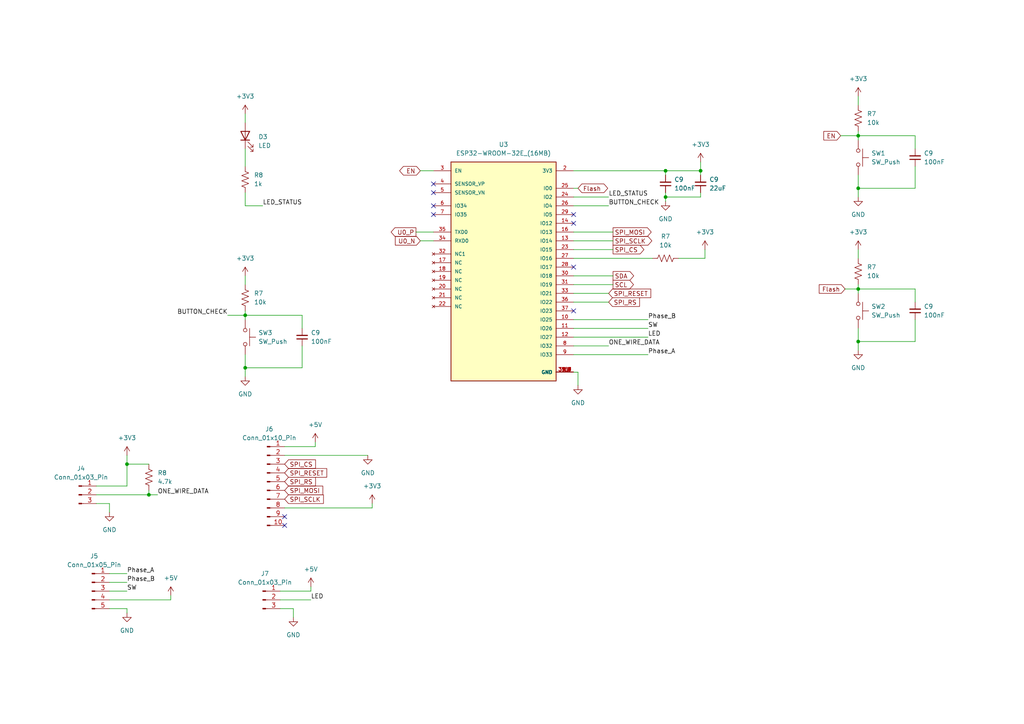
<source format=kicad_sch>
(kicad_sch (version 20230121) (generator eeschema)
  (paper "A4")
  (lib_symbols
    (symbol "Connector:Conn_01x03_Pin" (pin_names (offset 1.016) hide)
      (property "Reference" "J" (at 0 5.08 0))
      (property "Value" "Conn_01x03_Pin" (at 0 -5.08 0))
      (symbol "Conn_01x03_Pin_1_1"
        (polyline (pts (xy 1.27 -2.54) (xy 0.8636 -2.54)) (stroke (width 0.1524)))
        (polyline (pts (xy 1.27 0) (xy 0.8636 0)) (stroke (width 0.1524)))
        (polyline (pts (xy 1.27 2.54) (xy 0.8636 2.54)) (stroke (width 0.1524)))
        (rectangle (start 0.8636 -2.413) (end 0 -2.667) (stroke (width 0.1524)) (fill (type outline)))
        (rectangle (start 0.8636 0.127) (end 0 -0.127) (stroke (width 0.1524)) (fill (type outline)))
        (rectangle (start 0.8636 2.667) (end 0 2.413) (stroke (width 0.1524)) (fill (type outline)))
        (pin passive line (at 5.08 2.54 180) (length 3.81) (name "Pin_1") (number "1"))
        (pin passive line (at 5.08 0 180) (length 3.81) (name "Pin_2") (number "2"))
        (pin passive line (at 5.08 -2.54 180) (length 3.81) (name "Pin_3") (number "3"))
      )
    )
    (symbol "Connector:Conn_01x05_Pin" (pin_names (offset 1.016) hide)
      (property "Reference" "J" (at 0 7.62 0))
      (property "Value" "Conn_01x05_Pin" (at 0 -7.62 0))
      (symbol "Conn_01x05_Pin_1_1"
        (polyline (pts (xy 1.27 -5.08) (xy 0.8636 -5.08)) (stroke (width 0.1524)))
        (polyline (pts (xy 1.27 -2.54) (xy 0.8636 -2.54)) (stroke (width 0.1524)))
        (polyline (pts (xy 1.27 0) (xy 0.8636 0)) (stroke (width 0.1524)))
        (polyline (pts (xy 1.27 2.54) (xy 0.8636 2.54)) (stroke (width 0.1524)))
        (polyline (pts (xy 1.27 5.08) (xy 0.8636 5.08)) (stroke (width 0.1524)))
        (rectangle (start 0.8636 -4.953) (end 0 -5.207) (stroke (width 0.1524)) (fill (type outline)))
        (rectangle (start 0.8636 -2.413) (end 0 -2.667) (stroke (width 0.1524)) (fill (type outline)))
        (rectangle (start 0.8636 0.127) (end 0 -0.127) (stroke (width 0.1524)) (fill (type outline)))
        (rectangle (start 0.8636 2.667) (end 0 2.413) (stroke (width 0.1524)) (fill (type outline)))
        (rectangle (start 0.8636 5.207) (end 0 4.953) (stroke (width 0.1524)) (fill (type outline)))
        (pin passive line (at 5.08 5.08 180) (length 3.81) (name "Pin_1") (number "1"))
        (pin passive line (at 5.08 2.54 180) (length 3.81) (name "Pin_2") (number "2"))
        (pin passive line (at 5.08 0 180) (length 3.81) (name "Pin_3") (number "3"))
        (pin passive line (at 5.08 -2.54 180) (length 3.81) (name "Pin_4") (number "4"))
        (pin passive line (at 5.08 -5.08 180) (length 3.81) (name "Pin_5") (number "5"))
      )
    )
    (symbol "Connector:Conn_01x10_Pin" (pin_names (offset 1.016) hide)
      (property "Reference" "J" (at 0 12.7 0))
      (property "Value" "Conn_01x10_Pin" (at 0 -15.24 0))
      (symbol "Conn_01x10_Pin_1_1"
        (polyline (pts (xy 1.27 -12.7) (xy 0.8636 -12.7)) (stroke (width 0.1524)))
        (polyline (pts (xy 1.27 -10.16) (xy 0.8636 -10.16)) (stroke (width 0.1524)))
        (polyline (pts (xy 1.27 -7.62) (xy 0.8636 -7.62)) (stroke (width 0.1524)))
        (polyline (pts (xy 1.27 -5.08) (xy 0.8636 -5.08)) (stroke (width 0.1524)))
        (polyline (pts (xy 1.27 -2.54) (xy 0.8636 -2.54)) (stroke (width 0.1524)))
        (polyline (pts (xy 1.27 0) (xy 0.8636 0)) (stroke (width 0.1524)))
        (polyline (pts (xy 1.27 2.54) (xy 0.8636 2.54)) (stroke (width 0.1524)))
        (polyline (pts (xy 1.27 5.08) (xy 0.8636 5.08)) (stroke (width 0.1524)))
        (polyline (pts (xy 1.27 7.62) (xy 0.8636 7.62)) (stroke (width 0.1524)))
        (polyline (pts (xy 1.27 10.16) (xy 0.8636 10.16)) (stroke (width 0.1524)))
        (rectangle (start 0.8636 -12.573) (end 0 -12.827) (stroke (width 0.1524)) (fill (type outline)))
        (rectangle (start 0.8636 -10.033) (end 0 -10.287) (stroke (width 0.1524)) (fill (type outline)))
        (rectangle (start 0.8636 -7.493) (end 0 -7.747) (stroke (width 0.1524)) (fill (type outline)))
        (rectangle (start 0.8636 -4.953) (end 0 -5.207) (stroke (width 0.1524)) (fill (type outline)))
        (rectangle (start 0.8636 -2.413) (end 0 -2.667) (stroke (width 0.1524)) (fill (type outline)))
        (rectangle (start 0.8636 0.127) (end 0 -0.127) (stroke (width 0.1524)) (fill (type outline)))
        (rectangle (start 0.8636 2.667) (end 0 2.413) (stroke (width 0.1524)) (fill (type outline)))
        (rectangle (start 0.8636 5.207) (end 0 4.953) (stroke (width 0.1524)) (fill (type outline)))
        (rectangle (start 0.8636 7.747) (end 0 7.493) (stroke (width 0.1524)) (fill (type outline)))
        (rectangle (start 0.8636 10.287) (end 0 10.033) (stroke (width 0.1524)) (fill (type outline)))
        (pin passive line (at 5.08 10.16 180) (length 3.81) (name "Pin_1") (number "1"))
        (pin passive line (at 5.08 -12.7 180) (length 3.81) (name "Pin_10") (number "10"))
        (pin passive line (at 5.08 7.62 180) (length 3.81) (name "Pin_2") (number "2"))
        (pin passive line (at 5.08 5.08 180) (length 3.81) (name "Pin_3") (number "3"))
        (pin passive line (at 5.08 2.54 180) (length 3.81) (name "Pin_4") (number "4"))
        (pin passive line (at 5.08 0 180) (length 3.81) (name "Pin_5") (number "5"))
        (pin passive line (at 5.08 -2.54 180) (length 3.81) (name "Pin_6") (number "6"))
        (pin passive line (at 5.08 -5.08 180) (length 3.81) (name "Pin_7") (number "7"))
        (pin passive line (at 5.08 -7.62 180) (length 3.81) (name "Pin_8") (number "8"))
        (pin passive line (at 5.08 -10.16 180) (length 3.81) (name "Pin_9") (number "9"))
      )
    )
    (symbol "Device:C_Small" (pin_numbers hide) (pin_names (offset 0.254) hide)
      (property "Reference" "C" (at 0.254 1.778 0))
      (property "Value" "C_Small" (at 0.254 -2.032 0))
      (symbol "C_Small_0_1"
        (polyline (pts (xy -1.524 -0.508) (xy 1.524 -0.508)) (stroke (width 0.3302)))
        (polyline (pts (xy -1.524 0.508) (xy 1.524 0.508)) (stroke (width 0.3048)))
      )
      (symbol "C_Small_1_1"
        (pin passive line (at 0 2.54 270) (length 2.032) (name "~") (number "1"))
        (pin passive line (at 0 -2.54 90) (length 2.032) (name "~") (number "2"))
      )
    )
    (symbol "Device:LED" (pin_numbers hide) (pin_names (offset 1.016) hide)
      (property "Reference" "D" (at 0 2.54 0))
      (property "Value" "LED" (at 0 -2.54 0))
      (symbol "LED_0_1"
        (polyline (pts (xy -1.27 -1.27) (xy -1.27 1.27)) (stroke (width 0.254)))
        (polyline (pts (xy -1.27 0) (xy 1.27 0)))
        (polyline (pts (xy 1.27 -1.27) (xy 1.27 1.27) (xy -1.27 0) (xy 1.27 -1.27)) (stroke (width 0.254)))
        (polyline (pts (xy -3.048 -0.762) (xy -4.572 -2.286) (xy -3.81 -2.286) (xy -4.572 -2.286) (xy -4.572 -1.524)))
        (polyline (pts (xy -1.778 -0.762) (xy -3.302 -2.286) (xy -2.54 -2.286) (xy -3.302 -2.286) (xy -3.302 -1.524)))
      )
      (symbol "LED_1_1"
        (pin passive line (at -3.81 0 0) (length 2.54) (name "K") (number "1"))
        (pin passive line (at 3.81 0 180) (length 2.54) (name "A") (number "2"))
      )
    )
    (symbol "Device:R_US" (pin_numbers hide) (pin_names (offset 0))
      (property "Reference" "R" (at 2.54 0 90))
      (property "Value" "R_US" (at -2.54 0 90))
      (symbol "R_US_0_1"
        (polyline (pts (xy 0 -2.286) (xy 0 -2.54)))
        (polyline (pts (xy 0 2.286) (xy 0 2.54)))
        (polyline (pts (xy 0 -0.762) (xy 1.016 -1.143) (xy 0 -1.524) (xy -1.016 -1.905) (xy 0 -2.286)))
        (polyline (pts (xy 0 0.762) (xy 1.016 0.381) (xy 0 0) (xy -1.016 -0.381) (xy 0 -0.762)))
        (polyline (pts (xy 0 2.286) (xy 1.016 1.905) (xy 0 1.524) (xy -1.016 1.143) (xy 0 0.762)))
      )
      (symbol "R_US_1_1"
        (pin passive line (at 0 3.81 270) (length 1.27) (name "~") (number "1"))
        (pin passive line (at 0 -3.81 90) (length 1.27) (name "~") (number "2"))
      )
    )
    (symbol "ESP32-WROOM-32E__16MB_:ESP32-WROOM-32E_(16MB)" (pin_names (offset 1.016))
      (property "Reference" "U" (at -15.24 33.909 0))
      (property "Value" "ESP32-WROOM-32E_(16MB)" (at -15.24 -33.02 0))
      (symbol "ESP32-WROOM-32E_(16MB)_0_0"
        (rectangle (start -15.24 -30.48) (end 15.24 33.02) (stroke (width 0.254)) (fill (type background)))
        (pin power_in line (at 20.32 -27.94 180) (length 5.08) (name "GND") (number "1"))
        (pin bidirectional line (at 20.32 -12.7 180) (length 5.08) (name "IO25") (number "10"))
        (pin bidirectional line (at 20.32 -15.24 180) (length 5.08) (name "IO26") (number "11"))
        (pin bidirectional line (at 20.32 -17.78 180) (length 5.08) (name "IO27") (number "12"))
        (pin bidirectional line (at 20.32 10.16 180) (length 5.08) (name "IO14") (number "13"))
        (pin bidirectional line (at 20.32 15.24 180) (length 5.08) (name "IO12") (number "14"))
        (pin power_in line (at 20.32 -27.94 180) (length 5.08) (name "GND") (number "15"))
        (pin bidirectional line (at 20.32 12.7 180) (length 5.08) (name "IO13") (number "16"))
        (pin no_connect line (at -20.32 3.81 0) (length 5.08) (name "NC") (number "17"))
        (pin no_connect line (at -20.32 1.27 0) (length 5.08) (name "NC") (number "18"))
        (pin no_connect line (at -20.32 -1.27 0) (length 5.08) (name "NC") (number "19"))
        (pin power_in line (at 20.32 30.48 180) (length 5.08) (name "3V3") (number "2"))
        (pin no_connect line (at -20.32 -3.81 0) (length 5.08) (name "NC") (number "20"))
        (pin no_connect line (at -20.32 -6.35 0) (length 5.08) (name "NC") (number "21"))
        (pin no_connect line (at -20.32 -8.89 0) (length 5.08) (name "NC") (number "22"))
        (pin bidirectional line (at 20.32 7.62 180) (length 5.08) (name "IO15") (number "23"))
        (pin bidirectional line (at 20.32 22.86 180) (length 5.08) (name "IO2") (number "24"))
        (pin bidirectional line (at 20.32 25.4 180) (length 5.08) (name "IO0") (number "25"))
        (pin bidirectional line (at 20.32 20.32 180) (length 5.08) (name "IO4") (number "26"))
        (pin bidirectional line (at 20.32 5.08 180) (length 5.08) (name "IO16") (number "27"))
        (pin bidirectional line (at 20.32 2.54 180) (length 5.08) (name "IO17") (number "28"))
        (pin bidirectional line (at 20.32 17.78 180) (length 5.08) (name "IO5") (number "29"))
        (pin input line (at -20.32 30.48 0) (length 5.08) (name "EN") (number "3"))
        (pin bidirectional line (at 20.32 0 180) (length 5.08) (name "IO18") (number "30"))
        (pin bidirectional line (at 20.32 -2.54 180) (length 5.08) (name "IO19") (number "31"))
        (pin no_connect line (at -20.32 6.35 0) (length 5.08) (name "NC1") (number "32"))
        (pin bidirectional line (at 20.32 -5.08 180) (length 5.08) (name "IO21") (number "33"))
        (pin bidirectional line (at -20.32 10.16 0) (length 5.08) (name "RXD0") (number "34"))
        (pin bidirectional line (at -20.32 12.7 0) (length 5.08) (name "TXD0") (number "35"))
        (pin bidirectional line (at 20.32 -7.62 180) (length 5.08) (name "IO22") (number "36"))
        (pin bidirectional line (at 20.32 -10.16 180) (length 5.08) (name "IO23") (number "37"))
        (pin power_in line (at 20.32 -27.94 180) (length 5.08) (name "GND") (number "38"))
        (pin power_in line (at 20.32 -27.94 180) (length 5.08) (name "GND") (number "39_1"))
        (pin power_in line (at 20.32 -27.94 180) (length 5.08) (name "GND") (number "39_2"))
        (pin power_in line (at 20.32 -27.94 180) (length 5.08) (name "GND") (number "39_3"))
        (pin power_in line (at 20.32 -27.94 180) (length 5.08) (name "GND") (number "39_4"))
        (pin power_in line (at 20.32 -27.94 180) (length 5.08) (name "GND") (number "39_5"))
        (pin power_in line (at 20.32 -27.94 180) (length 5.08) (name "GND") (number "39_6"))
        (pin power_in line (at 20.32 -27.94 180) (length 5.08) (name "GND") (number "39_7"))
        (pin power_in line (at 20.32 -27.94 180) (length 5.08) (name "GND") (number "39_8"))
        (pin power_in line (at 20.32 -27.94 180) (length 5.08) (name "GND") (number "39_9"))
        (pin input line (at -20.32 26.67 0) (length 5.08) (name "SENSOR_VP") (number "4"))
        (pin input line (at -20.32 24.13 0) (length 5.08) (name "SENSOR_VN") (number "5"))
        (pin input line (at -20.32 20.32 0) (length 5.08) (name "IO34") (number "6"))
        (pin input line (at -20.32 17.78 0) (length 5.08) (name "IO35") (number "7"))
        (pin bidirectional line (at 20.32 -20.32 180) (length 5.08) (name "IO32") (number "8"))
        (pin bidirectional line (at 20.32 -22.86 180) (length 5.08) (name "IO33") (number "9"))
      )
    )
    (symbol "Switch:SW_Push" (pin_numbers hide) (pin_names (offset 1.016) hide)
      (property "Reference" "SW" (at 1.27 2.54 0))
      (property "Value" "SW_Push" (at 0 -1.524 0))
      (symbol "SW_Push_0_1"
        (circle (center -2.032 0) (radius 0.508))
        (polyline (pts (xy 0 1.27) (xy 0 3.048)))
        (polyline (pts (xy 2.54 1.27) (xy -2.54 1.27)))
        (circle (center 2.032 0) (radius 0.508))
        (pin passive line (at -5.08 0 0) (length 2.54) (name "1") (number "1"))
        (pin passive line (at 5.08 0 180) (length 2.54) (name "2") (number "2"))
      )
    )
    (symbol "power:+3V3" (power) (pin_names (offset 0))
      (property "Value" "+3V3" (at 0 3.556 0))
      (symbol "+3V3_0_1"
        (polyline (pts (xy -0.762 1.27) (xy 0 2.54)))
        (polyline (pts (xy 0 0) (xy 0 2.54)))
        (polyline (pts (xy 0 2.54) (xy 0.762 1.27)))
      )
      (symbol "+3V3_1_1"
        (pin power_in line (at 0 0 90) (length 0) hide (name "+3V3") (number "1"))
      )
    )
    (symbol "power:+5V" (power) (pin_names (offset 0))
      (property "Value" "+5V" (at 0 3.556 0))
      (symbol "+5V_0_1"
        (polyline (pts (xy -0.762 1.27) (xy 0 2.54)))
        (polyline (pts (xy 0 0) (xy 0 2.54)))
        (polyline (pts (xy 0 2.54) (xy 0.762 1.27)))
      )
      (symbol "+5V_1_1"
        (pin power_in line (at 0 0 90) (length 0) hide (name "+5V") (number "1"))
      )
    )
    (symbol "power:GND" (power) (pin_names (offset 0))
      (property "Value" "GND" (at 0 -3.81 0))
      (symbol "GND_0_1"
        (polyline (pts (xy 0 0) (xy 0 -1.27) (xy 1.27 -1.27) (xy 0 -2.54) (xy -1.27 -1.27) (xy 0 -1.27)))
      )
      (symbol "GND_1_1"
        (pin power_in line (at 0 0 270) (length 0) hide (name "GND") (number "1"))
      )
    )
  )
  (junction (at 248.92 83.82))
  (junction (at 193.04 49.53))
  (junction (at 43.18 143.51))
  (junction (at 248.92 99.06))
  (junction (at 36.83 134.62))
  (junction (at 71.12 106.68))
  (junction (at 248.92 54.61))
  (junction (at 248.92 39.37))
  (junction (at 203.2 49.53))
  (junction (at 71.12 91.44))
  (junction (at 193.04 57.15))
  (no_connect (at 125.73 62.23))
  (no_connect (at 125.73 59.69))
  (no_connect (at 166.37 77.47))
  (no_connect (at 82.55 149.86))
  (no_connect (at 166.37 64.77))
  (no_connect (at 166.37 62.23))
  (no_connect (at 82.55 152.4))
  (no_connect (at 166.37 90.17))
  (no_connect (at 125.73 55.88))
  (no_connect (at 125.73 53.34))
  (wire (pts (xy 248.92 38.1) (xy 248.92 39.37)))
  (wire (pts (xy 71.12 91.44) (xy 71.12 92.71)))
  (wire (pts (xy 71.12 43.18) (xy 71.12 48.26)))
  (wire (pts (xy 36.83 140.97) (xy 27.94 140.97)))
  (wire (pts (xy 81.28 173.99) (xy 90.17 173.99)))
  (wire (pts (xy 176.53 87.63) (xy 166.37 87.63)))
  (wire (pts (xy 204.47 72.39) (xy 204.47 74.93)))
  (wire (pts (xy 45.72 143.51) (xy 43.18 143.51)))
  (wire (pts (xy 166.37 107.95) (xy 167.64 107.95)))
  (wire (pts (xy 203.2 57.15) (xy 193.04 57.15)))
  (wire (pts (xy 71.12 80.01) (xy 71.12 82.55)))
  (wire (pts (xy 43.18 134.62) (xy 36.83 134.62)))
  (wire (pts (xy 107.95 147.32) (xy 107.95 146.05)))
  (wire (pts (xy 167.64 54.61) (xy 166.37 54.61)))
  (wire (pts (xy 36.83 166.37) (xy 31.75 166.37)))
  (wire (pts (xy 176.53 59.69) (xy 166.37 59.69)))
  (wire (pts (xy 243.84 39.37) (xy 248.92 39.37)))
  (wire (pts (xy 90.17 170.18) (xy 90.17 171.45)))
  (wire (pts (xy 31.75 146.05) (xy 27.94 146.05)))
  (wire (pts (xy 248.92 95.25) (xy 248.92 99.06)))
  (wire (pts (xy 245.11 83.82) (xy 248.92 83.82)))
  (wire (pts (xy 166.37 102.87) (xy 187.96 102.87)))
  (wire (pts (xy 166.37 97.79) (xy 187.96 97.79)))
  (wire (pts (xy 27.94 143.51) (xy 43.18 143.51)))
  (wire (pts (xy 121.92 49.53) (xy 125.73 49.53)))
  (wire (pts (xy 91.44 129.54) (xy 91.44 128.27)))
  (wire (pts (xy 203.2 49.53) (xy 203.2 50.8)))
  (wire (pts (xy 265.43 99.06) (xy 265.43 92.71)))
  (wire (pts (xy 166.37 49.53) (xy 193.04 49.53)))
  (wire (pts (xy 49.53 173.99) (xy 31.75 173.99)))
  (wire (pts (xy 203.2 57.15) (xy 203.2 55.88)))
  (wire (pts (xy 166.37 92.71) (xy 187.96 92.71)))
  (wire (pts (xy 248.92 39.37) (xy 265.43 39.37)))
  (wire (pts (xy 167.64 107.95) (xy 167.64 111.76)))
  (wire (pts (xy 166.37 80.01) (xy 177.8 80.01)))
  (wire (pts (xy 82.55 147.32) (xy 107.95 147.32)))
  (wire (pts (xy 203.2 49.53) (xy 193.04 49.53)))
  (wire (pts (xy 82.55 132.08) (xy 106.68 132.08)))
  (wire (pts (xy 49.53 172.72) (xy 49.53 173.99)))
  (wire (pts (xy 248.92 83.82) (xy 265.43 83.82)))
  (wire (pts (xy 176.53 100.33) (xy 166.37 100.33)))
  (wire (pts (xy 76.2 59.69) (xy 71.12 59.69)))
  (wire (pts (xy 43.18 143.51) (xy 43.18 142.24)))
  (wire (pts (xy 248.92 72.39) (xy 248.92 74.93)))
  (wire (pts (xy 265.43 87.63) (xy 265.43 83.82)))
  (wire (pts (xy 82.55 129.54) (xy 91.44 129.54)))
  (wire (pts (xy 85.09 176.53) (xy 81.28 176.53)))
  (wire (pts (xy 90.17 171.45) (xy 81.28 171.45)))
  (wire (pts (xy 248.92 82.55) (xy 248.92 83.82)))
  (wire (pts (xy 121.92 69.85) (xy 125.73 69.85)))
  (wire (pts (xy 248.92 27.94) (xy 248.92 30.48)))
  (wire (pts (xy 193.04 57.15) (xy 193.04 58.42)))
  (wire (pts (xy 166.37 67.31) (xy 177.8 67.31)))
  (wire (pts (xy 71.12 33.02) (xy 71.12 35.56)))
  (wire (pts (xy 166.37 82.55) (xy 177.8 82.55)))
  (wire (pts (xy 176.53 57.15) (xy 166.37 57.15)))
  (wire (pts (xy 166.37 72.39) (xy 177.8 72.39)))
  (wire (pts (xy 120.65 67.31) (xy 125.73 67.31)))
  (wire (pts (xy 31.75 148.59) (xy 31.75 146.05)))
  (wire (pts (xy 36.83 171.45) (xy 31.75 171.45)))
  (wire (pts (xy 87.63 106.68) (xy 87.63 100.33)))
  (wire (pts (xy 87.63 95.25) (xy 87.63 91.44)))
  (wire (pts (xy 248.92 54.61) (xy 248.92 57.15)))
  (wire (pts (xy 193.04 57.15) (xy 193.04 55.88)))
  (wire (pts (xy 71.12 102.87) (xy 71.12 106.68)))
  (wire (pts (xy 265.43 54.61) (xy 265.43 48.26)))
  (wire (pts (xy 265.43 43.18) (xy 265.43 39.37)))
  (wire (pts (xy 36.83 177.8) (xy 36.83 176.53)))
  (wire (pts (xy 248.92 99.06) (xy 248.92 101.6)))
  (wire (pts (xy 36.83 168.91) (xy 31.75 168.91)))
  (wire (pts (xy 71.12 55.88) (xy 71.12 59.69)))
  (wire (pts (xy 166.37 74.93) (xy 189.23 74.93)))
  (wire (pts (xy 71.12 106.68) (xy 87.63 106.68)))
  (wire (pts (xy 193.04 49.53) (xy 193.04 50.8)))
  (wire (pts (xy 36.83 176.53) (xy 31.75 176.53)))
  (wire (pts (xy 166.37 69.85) (xy 177.8 69.85)))
  (wire (pts (xy 66.04 91.44) (xy 71.12 91.44)))
  (wire (pts (xy 166.37 95.25) (xy 187.96 95.25)))
  (wire (pts (xy 85.09 179.07) (xy 85.09 176.53)))
  (wire (pts (xy 203.2 46.99) (xy 203.2 49.53)))
  (wire (pts (xy 176.53 85.09) (xy 166.37 85.09)))
  (wire (pts (xy 248.92 83.82) (xy 248.92 85.09)))
  (wire (pts (xy 36.83 132.08) (xy 36.83 134.62)))
  (wire (pts (xy 36.83 134.62) (xy 36.83 140.97)))
  (wire (pts (xy 248.92 39.37) (xy 248.92 40.64)))
  (wire (pts (xy 248.92 54.61) (xy 265.43 54.61)))
  (wire (pts (xy 71.12 90.17) (xy 71.12 91.44)))
  (wire (pts (xy 196.85 74.93) (xy 204.47 74.93)))
  (wire (pts (xy 248.92 50.8) (xy 248.92 54.61)))
  (wire (pts (xy 248.92 99.06) (xy 265.43 99.06)))
  (wire (pts (xy 71.12 106.68) (xy 71.12 109.22)))
  (wire (pts (xy 71.12 91.44) (xy 87.63 91.44)))
  (label "ONE_WIRE_DATA" (at 45.72 143.51 0))
  (label "Phase_A" (at 187.96 102.87 0))
  (label "LED" (at 187.96 97.79 0))
  (label "BUTTON_CHECK" (at 66.04 91.44 180))
  (label "LED_STATUS" (at 76.2 59.69 0))
  (label "SW" (at 36.83 171.45 0))
  (label "LED_STATUS" (at 176.53 57.15 0))
  (label "BUTTON_CHECK" (at 176.53 59.69 0))
  (label "Phase_B" (at 187.96 92.71 0))
  (label "Phase_B" (at 36.83 168.91 0))
  (label "Phase_A" (at 36.83 166.37 0))
  (label "ONE_WIRE_DATA" (at 176.53 100.33 0))
  (label "SW" (at 187.96 95.25 0))
  (label "LED" (at 90.17 173.99 0))
  (global_label "SPI_SCLK" (shape output) (at 177.8 69.85 0) (property "Intersheetrefs" "${INTERSHEET_REFS}" (effects hide)))
  (global_label "SPI_MOSI" (shape output) (at 177.8 67.31 0) (property "Intersheetrefs" "${INTERSHEET_REFS}" (effects hide)))
  (global_label "U0_N" (shape input) (at 121.92 69.85 180) (property "Intersheetrefs" "${INTERSHEET_REFS}" (effects hide)))
  (global_label "Flash" (shape bidirectional) (at 167.64 54.61 0) (property "Intersheetrefs" "${INTERSHEET_REFS}" (effects hide)))
  (global_label "SPI_CS" (shape input) (at 82.55 134.62 0) (property "Intersheetrefs" "${INTERSHEET_REFS}" (effects hide)))
  (global_label "SCL" (shape output) (at 177.8 82.55 0) (property "Intersheetrefs" "${INTERSHEET_REFS}" (effects hide)))
  (global_label "SPI_MOSI" (shape input) (at 82.55 142.24 0) (property "Intersheetrefs" "${INTERSHEET_REFS}" (effects hide)))
  (global_label "SPI_RS" (shape input) (at 176.53 87.63 0) (property "Intersheetrefs" "${INTERSHEET_REFS}" (effects hide)))
  (global_label "Flash" (shape input) (at 245.11 83.82 180) (property "Intersheetrefs" "${INTERSHEET_REFS}" (effects hide)))
  (global_label "SDA" (shape output) (at 177.8 80.01 0) (property "Intersheetrefs" "${INTERSHEET_REFS}" (effects hide)))
  (global_label "SPI_RESET" (shape input) (at 176.53 85.09 0) (property "Intersheetrefs" "${INTERSHEET_REFS}" (effects hide)))
  (global_label "SPI_CS" (shape output) (at 177.8 72.39 0) (property "Intersheetrefs" "${INTERSHEET_REFS}" (effects hide)))
  (global_label "SPI_RS" (shape input) (at 82.55 139.7 0) (property "Intersheetrefs" "${INTERSHEET_REFS}" (effects hide)))
  (global_label "SPI_RESET" (shape input) (at 82.55 137.16 0) (property "Intersheetrefs" "${INTERSHEET_REFS}" (effects hide)))
  (global_label "SPI_SCLK" (shape input) (at 82.55 144.78 0) (property "Intersheetrefs" "${INTERSHEET_REFS}" (effects hide)))
  (global_label "EN" (shape bidirectional) (at 121.92 49.53 180) (property "Intersheetrefs" "${INTERSHEET_REFS}" (effects hide)))
  (global_label "EN" (shape input) (at 243.84 39.37 180) (property "Intersheetrefs" "${INTERSHEET_REFS}" (effects hide)))
  (global_label "U0_P" (shape output) (at 120.65 67.31 180) (property "Intersheetrefs" "${INTERSHEET_REFS}" (effects hide)))
  (symbol (lib_id "power:GND") (at 106.68 132.08 0) (unit 1)
    (property "Reference" "#PWR053" (effects hide))
    (property "Value" "GND" (at 106.68 137.16 0))
  )
  (symbol (lib_id "Device:C_Small") (at 193.04 53.34 180) (unit 1)
    (property "Reference" "C9" (at 195.58 52.0636 0) (effects (justify right)))
    (property "Value" "100nF" (at 195.58 54.6036 0) (effects (justify right)))
    (property "Footprint" "Capacitor_SMD:C_0805_2012Metric_Pad1.18x1.45mm_HandSolder" (effects hide))
    (instances (project "WeatherStation" (path "" (reference "C9") (unit 1)) (path "" (reference "C12") (unit 1))))
  )
  (symbol (lib_id "power:GND") (at 167.64 111.76 0) (unit 1)
    (property "Reference" "#PWR021" (effects hide))
    (property "Value" "GND" (at 167.64 116.84 0))
  )
  (symbol (lib_id "Device:C_Small") (at 265.43 45.72 180) (unit 1)
    (property "Reference" "C9" (at 267.97 44.4436 0) (effects (justify right)))
    (property "Value" "100nF" (at 267.97 46.9836 0) (effects (justify right)))
    (property "Footprint" "Capacitor_SMD:C_0805_2012Metric_Pad1.18x1.45mm_HandSolder" (effects hide))
    (instances (project "WeatherStation" (path "" (reference "C9") (unit 1)) (path "" (reference "C14") (unit 1))))
  )
  (symbol (lib_id "power:GND") (at 71.12 109.22 0) (unit 1)
    (property "Reference" "#PWR047" (effects hide))
    (property "Value" "GND" (at 71.12 114.3 0))
  )
  (symbol (lib_id "Device:R_US") (at 248.92 34.29 0) (unit 1)
    (property "Reference" "R7" (at 251.46 33.02 0) (effects (justify left)))
    (property "Value" "10k" (at 251.46 35.56 0) (effects (justify left)))
    (property "Footprint" "Resistor_SMD:R_0805_2012Metric_Pad1.20x1.40mm_HandSolder" (effects hide))
    (instances (project "WeatherStation" (path "" (reference "R7") (unit 1)) (path "" (reference "R9") (unit 1))))
  )
  (symbol (lib_id "power:+3V3") (at 248.92 27.94 0) (unit 1)
    (property "Reference" "#PWR023" (effects hide))
    (property "Value" "+3V3" (at 248.92 22.86 0))
  )
  (symbol (lib_id "power:+3V3") (at 71.12 80.01 0) (unit 1)
    (property "Reference" "#PWR046" (effects hide))
    (property "Value" "+3V3" (at 71.12 74.93 0))
  )
  (symbol (lib_id "Device:R_US") (at 71.12 86.36 0) (unit 1)
    (property "Reference" "R7" (at 73.66 85.09 0) (effects (justify left)))
    (property "Value" "10k" (at 73.66 87.63 0) (effects (justify left)))
    (property "Footprint" "Resistor_SMD:R_0805_2012Metric_Pad1.20x1.40mm_HandSolder" (effects hide))
    (instances (project "WeatherStation" (path "" (reference "R7") (unit 1)) (path "" (reference "R27") (unit 1))))
  )
  (symbol (lib_id "Device:C_Small") (at 265.43 90.17 180) (unit 1)
    (property "Reference" "C9" (at 267.97 88.8936 0) (effects (justify right)))
    (property "Value" "100nF" (at 267.97 91.4336 0) (effects (justify right)))
    (property "Footprint" "Capacitor_SMD:C_0805_2012Metric_Pad1.18x1.45mm_HandSolder" (effects hide))
    (instances (project "WeatherStation" (path "" (reference "C9") (unit 1)) (path "" (reference "C15") (unit 1))))
  )
  (symbol (lib_id "Switch:SW_Push") (at 248.92 45.72 270) (unit 1)
    (property "Reference" "SW1" (at 252.73 44.45 90) (effects (justify left)))
    (property "Value" "SW_Push" (at 252.73 46.99 90) (effects (justify left)))
    (property "Footprint" "Button_Switch_SMD:SW_Tactile_SPST_NO_Straight_CK_PTS636Sx25SMTRLFS" (effects hide))
  )
  (symbol (lib_id "Device:C_Small") (at 203.2 53.34 180) (unit 1)
    (property "Reference" "C9" (at 205.74 52.0636 0) (effects (justify right)))
    (property "Value" "22uF" (at 205.74 54.6036 0) (effects (justify right)))
    (property "Footprint" "Capacitor_SMD:C_0805_2012Metric_Pad1.18x1.45mm_HandSolder" (effects hide))
    (instances (project "WeatherStation" (path "" (reference "C9") (unit 1)) (path "" (reference "C13") (unit 1))))
  )
  (symbol (lib_id "power:GND") (at 85.09 179.07 0) (unit 1)
    (property "Reference" "#PWR057" (effects hide))
    (property "Value" "GND" (at 85.09 184.15 0))
  )
  (symbol (lib_id "power:GND") (at 248.92 101.6 0) (unit 1)
    (property "Reference" "#PWR027" (effects hide))
    (property "Value" "GND" (at 248.92 106.68 0))
  )
  (symbol (lib_id "Connector:Conn_01x10_Pin") (at 77.47 139.7 0) (unit 1)
    (property "Reference" "J6" (at 78.105 124.46 0))
    (property "Value" "Conn_01x10_Pin" (at 78.105 127 0))
    (property "Footprint" "Connector_PinHeader_2.54mm:PinHeader_1x10_P2.54mm_Vertical" (effects hide))
  )
  (symbol (lib_id "Device:R_US") (at 71.12 52.07 0) (unit 1)
    (property "Reference" "R8" (at 73.66 50.8 0) (effects (justify left)))
    (property "Value" "1k" (at 73.66 53.34 0) (effects (justify left)))
    (property "Footprint" "Resistor_SMD:R_0805_2012Metric_Pad1.20x1.40mm_HandSolder" (effects hide))
    (instances (project "WeatherStation" (path "" (reference "R8") (unit 1)) (path "" (reference "R12") (unit 1))))
  )
  (symbol (lib_id "Switch:SW_Push") (at 248.92 90.17 270) (unit 1)
    (property "Reference" "SW2" (at 252.73 88.9 90) (effects (justify left)))
    (property "Value" "SW_Push" (at 252.73 91.44 90) (effects (justify left)))
    (property "Footprint" "Button_Switch_SMD:SW_Tactile_SPST_NO_Straight_CK_PTS636Sx25SMTRLFS" (effects hide))
  )
  (symbol (lib_id "Connector:Conn_01x03_Pin") (at 22.86 143.51 0) (unit 1)
    (property "Reference" "J4" (at 23.495 135.89 0))
    (property "Value" "Conn_01x03_Pin" (at 23.495 138.43 0))
    (property "Footprint" "Connector_PinHeader_2.54mm:PinHeader_1x03_P2.54mm_Vertical" (effects hide))
  )
  (symbol (lib_id "power:+3V3") (at 107.95 146.05 0) (unit 1)
    (property "Reference" "#PWR052" (effects hide))
    (property "Value" "+3V3" (at 107.95 140.97 0))
  )
  (symbol (lib_id "power:+3V3") (at 203.2 46.99 0) (unit 1)
    (property "Reference" "#PWR020" (effects hide))
    (property "Value" "+3V3" (at 203.2 41.91 0))
  )
  (symbol (lib_id "Device:R_US") (at 248.92 78.74 0) (unit 1)
    (property "Reference" "R7" (at 251.46 77.47 0) (effects (justify left)))
    (property "Value" "10k" (at 251.46 80.01 0) (effects (justify left)))
    (property "Footprint" "Resistor_SMD:R_0805_2012Metric_Pad1.20x1.40mm_HandSolder" (effects hide))
    (instances (project "WeatherStation" (path "" (reference "R7") (unit 1)) (path "" (reference "R11") (unit 1))))
  )
  (symbol (lib_id "power:+3V3") (at 36.83 132.08 0) (unit 1)
    (property "Reference" "#PWR048" (effects hide))
    (property "Value" "+3V3" (at 36.83 127 0))
  )
  (symbol (lib_id "power:+5V") (at 91.44 128.27 0) (unit 1)
    (property "Reference" "#PWR051" (effects hide))
    (property "Value" "+5V" (at 91.44 123.19 0))
  )
  (symbol (lib_id "ESP32-WROOM-32E__16MB_:ESP32-WROOM-32E_(16MB)") (at 146.05 80.01 0) (unit 1)
    (property "Reference" "U3" (at 146.05 41.91 0))
    (property "Value" "ESP32-WROOM-32E_(16MB)" (at 146.05 44.45 0))
    (property "Footprint" "Lib_khoadong:XCVR_ESP32-WROOM-32E_(16MB)" (effects hide))
  )
  (symbol (lib_id "Switch:SW_Push") (at 71.12 97.79 270) (unit 1)
    (property "Reference" "SW3" (at 74.93 96.52 90) (effects (justify left)))
    (property "Value" "SW_Push" (at 74.93 99.06 90) (effects (justify left)))
    (property "Footprint" "Button_Switch_SMD:SW_Tactile_SPST_NO_Straight_CK_PTS636Sx25SMTRLFS" (effects hide))
  )
  (symbol (lib_id "Device:LED") (at 71.12 39.37 90) (unit 1)
    (property "Reference" "D3" (at 74.93 39.6875 90) (effects (justify right)))
    (property "Value" "LED" (at 74.93 42.2275 90) (effects (justify right)))
    (property "Footprint" "LED_SMD:LED_0805_2012Metric_Pad1.15x1.40mm_HandSolder" (effects hide))
    (instances (project "WeatherStation" (path "" (reference "D3") (unit 1)) (path "" (reference "D4") (unit 1))))
  )
  (symbol (lib_id "Device:C_Small") (at 87.63 97.79 180) (unit 1)
    (property "Reference" "C9" (at 90.17 96.5136 0) (effects (justify right)))
    (property "Value" "100nF" (at 90.17 99.0536 0) (effects (justify right)))
    (property "Footprint" "Capacitor_SMD:C_0805_2012Metric_Pad1.18x1.45mm_HandSolder" (effects hide))
    (instances (project "WeatherStation" (path "" (reference "C9") (unit 1)) (path "" (reference "C18") (unit 1))))
  )
  (symbol (lib_id "power:+3V3") (at 71.12 33.02 0) (unit 1)
    (property "Reference" "#PWR029" (effects hide))
    (property "Value" "+3V3" (at 71.12 27.94 0))
  )
  (symbol (lib_id "Connector:Conn_01x05_Pin") (at 26.67 171.45 0) (unit 1)
    (property "Reference" "J5" (at 27.305 161.29 0))
    (property "Value" "Conn_01x05_Pin" (at 27.305 163.83 0))
    (property "Footprint" "Connector_PinHeader_2.54mm:PinHeader_1x05_P2.54mm_Vertical" (effects hide))
  )
  (symbol (lib_id "Connector:Conn_01x03_Pin") (at 76.2 173.99 0) (unit 1)
    (property "Reference" "J7" (at 76.835 166.37 0))
    (property "Value" "Conn_01x03_Pin" (at 76.835 168.91 0))
    (property "Footprint" "Connector_PinHeader_2.54mm:PinHeader_1x03_P2.54mm_Vertical" (effects hide))
  )
  (symbol (lib_id "Device:R_US") (at 193.04 74.93 90) (unit 1)
    (property "Reference" "R7" (at 193.04 68.58 90))
    (property "Value" "10k" (at 193.04 71.12 90))
    (property "Footprint" "Resistor_SMD:R_0805_2012Metric_Pad1.20x1.40mm_HandSolder" (effects hide))
    (instances (project "WeatherStation" (path "" (reference "R7") (unit 1)) (path "" (reference "R10") (unit 1))))
  )
  (symbol (lib_id "power:+3V3") (at 204.47 72.39 0) (unit 1)
    (property "Reference" "#PWR024" (effects hide))
    (property "Value" "+3V3" (at 204.47 67.31 0))
  )
  (symbol (lib_id "power:+5V") (at 49.53 172.72 0) (unit 1)
    (property "Reference" "#PWR054" (effects hide))
    (property "Value" "+5V" (at 49.53 167.64 0))
  )
  (symbol (lib_id "power:+5V") (at 90.17 170.18 0) (unit 1)
    (property "Reference" "#PWR059" (effects hide))
    (property "Value" "+5V" (at 90.17 165.1 0))
  )
  (symbol (lib_id "power:GND") (at 193.04 58.42 0) (unit 1)
    (property "Reference" "#PWR022" (effects hide))
    (property "Value" "GND" (at 193.04 63.5 0))
  )
  (symbol (lib_id "power:+3V3") (at 248.92 72.39 0) (unit 1)
    (property "Reference" "#PWR026" (effects hide))
    (property "Value" "+3V3" (at 248.92 67.31 0))
  )
  (symbol (lib_id "power:GND") (at 248.92 57.15 0) (unit 1)
    (property "Reference" "#PWR025" (effects hide))
    (property "Value" "GND" (at 248.92 62.23 0))
  )
  (symbol (lib_id "Device:R_US") (at 43.18 138.43 0) (unit 1)
    (property "Reference" "R8" (at 45.72 137.16 0) (effects (justify left)))
    (property "Value" "4.7k" (at 45.72 139.7 0) (effects (justify left)))
    (property "Footprint" "Resistor_SMD:R_0805_2012Metric_Pad1.20x1.40mm_HandSolder" (effects hide))
    (instances (project "WeatherStation" (path "" (reference "R8") (unit 1)) (path "" (reference "R28") (unit 1))))
  )
  (symbol (lib_id "power:GND") (at 31.75 148.59 0) (unit 1)
    (property "Reference" "#PWR049" (effects hide))
    (property "Value" "GND" (at 31.75 153.67 0))
  )
  (symbol (lib_id "power:GND") (at 36.83 177.8 0) (unit 1)
    (property "Reference" "#PWR055" (effects hide))
    (property "Value" "GND" (at 36.83 182.88 0))
  )
)
</source>
